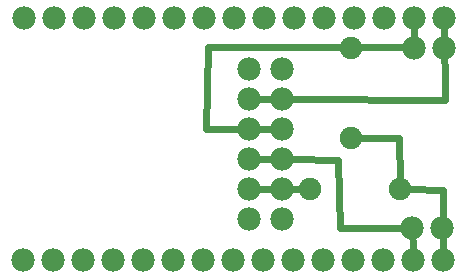
<source format=gbl>
G04 MADE WITH FRITZING*
G04 WWW.FRITZING.ORG*
G04 DOUBLE SIDED*
G04 HOLES PLATED*
G04 CONTOUR ON CENTER OF CONTOUR VECTOR*
%ASAXBY*%
%FSLAX23Y23*%
%MOIN*%
%OFA0B0*%
%SFA1.0B1.0*%
%ADD10C,0.075000*%
%ADD11C,0.078000*%
%ADD12C,0.024000*%
%LNCOPPER0*%
G90*
G70*
G54D10*
X1154Y775D03*
X1154Y475D03*
X1154Y775D03*
X1154Y475D03*
X1019Y304D03*
X1319Y304D03*
X1019Y304D03*
X1319Y304D03*
G54D11*
X1358Y174D03*
X1458Y174D03*
X1358Y174D03*
X1458Y174D03*
X1365Y774D03*
X1465Y774D03*
X1365Y774D03*
X1465Y774D03*
X815Y705D03*
X815Y605D03*
X815Y505D03*
X815Y405D03*
X815Y305D03*
X815Y205D03*
X815Y705D03*
X815Y605D03*
X815Y505D03*
X815Y405D03*
X815Y305D03*
X815Y205D03*
X924Y704D03*
X924Y604D03*
X924Y504D03*
X924Y404D03*
X924Y304D03*
X924Y204D03*
X924Y704D03*
X924Y604D03*
X924Y504D03*
X924Y404D03*
X924Y304D03*
X924Y204D03*
X61Y69D03*
X161Y69D03*
X261Y69D03*
X361Y69D03*
X461Y69D03*
X561Y69D03*
X661Y69D03*
X761Y69D03*
X861Y69D03*
X961Y69D03*
X1061Y69D03*
X1161Y69D03*
X1261Y69D03*
X1361Y69D03*
X1461Y69D03*
X64Y874D03*
X164Y874D03*
X264Y874D03*
X364Y874D03*
X464Y874D03*
X564Y874D03*
X664Y874D03*
X764Y874D03*
X864Y874D03*
X964Y874D03*
X1064Y874D03*
X1164Y874D03*
X1264Y874D03*
X1364Y874D03*
X1464Y874D03*
G54D12*
X846Y605D02*
X893Y604D01*
D02*
X1469Y601D02*
X1465Y844D01*
D02*
X954Y604D02*
X1469Y601D01*
D02*
X846Y505D02*
X893Y504D01*
D02*
X846Y405D02*
X893Y404D01*
D02*
X893Y304D02*
X846Y305D01*
D02*
X1316Y475D02*
X1318Y333D01*
D02*
X1182Y475D02*
X1316Y475D01*
D02*
X673Y506D02*
X677Y779D01*
D02*
X677Y779D02*
X1365Y778D01*
D02*
X1365Y778D02*
X1364Y844D01*
D02*
X785Y505D02*
X673Y506D01*
D02*
X990Y304D02*
X954Y304D01*
D02*
X1460Y302D02*
X1347Y304D01*
D02*
X1461Y99D02*
X1460Y302D01*
D02*
X1118Y174D02*
X1111Y399D01*
D02*
X1359Y174D02*
X1118Y174D01*
D02*
X1111Y400D02*
X954Y403D01*
D02*
X1361Y99D02*
X1359Y174D01*
G04 End of Copper0*
M02*
</source>
